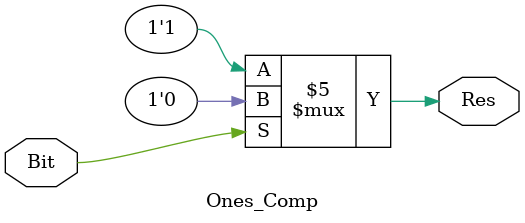
<source format=sv>
/*
  Code can be found here: https://edaplayground.com/x/wcLz
*/

// main program
module Ones_Comp (output reg Res, input Bit);

  always @ (Bit) begin

    if (Bit == 0)
      #1 Res = 1;

    else
      #1 Res = 0;

  end

endmodule


// testbench
module tb_Ones_Comp;

  reg p;
  wire r;

  initial begin

		// $dumpfile ("dump.vcd"); //only needed if using the online compiler
		// $dumpvars (1, tb_Ones_Comp); //only needed if using the online compiler

    // binary number: 10111011

    // #00 p = 1;
    // #50 p = 0;
    // #50 p = 1;
    // #50 p = 1;
    // #50 p = 1;
    // #50 p = 0;
    // #50 p = 1;
    // #50 p = 1;
    // #50 $stop;

  end

  Ones_Comp U1 (r, p);

endmodule

</source>
